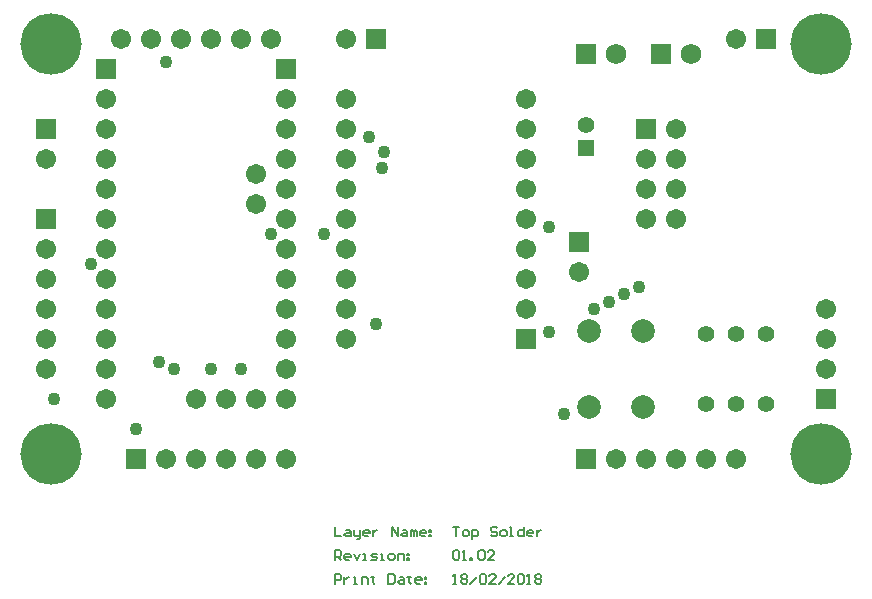
<source format=gts>
%FSLAX25Y25*%
%MOIN*%
G70*
G01*
G75*
G04 Layer_Color=8388736*
%ADD10C,0.03937*%
%ADD11C,0.01000*%
%ADD12C,0.01969*%
%ADD13C,0.00787*%
%ADD14C,0.04724*%
%ADD15R,0.04724X0.04724*%
%ADD16R,0.06000X0.06000*%
%ADD17C,0.06000*%
%ADD18R,0.05906X0.05906*%
%ADD19C,0.05906*%
%ADD20R,0.05906X0.05906*%
%ADD21C,0.07087*%
%ADD22C,0.03543*%
%ADD23C,0.19685*%
%ADD24C,0.00500*%
%ADD25C,0.00591*%
%ADD26C,0.05524*%
%ADD27R,0.05524X0.05524*%
%ADD28R,0.06800X0.06800*%
%ADD29C,0.06800*%
%ADD30R,0.06706X0.06706*%
%ADD31C,0.06706*%
%ADD32R,0.06706X0.06706*%
%ADD33C,0.07887*%
%ADD34C,0.04343*%
%ADD35C,0.20485*%
D13*
X145669Y-12599D02*
X147768D01*
X146719D01*
Y-15748D01*
X149343D02*
X150392D01*
X150917Y-15223D01*
Y-14174D01*
X150392Y-13649D01*
X149343D01*
X148818Y-14174D01*
Y-15223D01*
X149343Y-15748D01*
X151967Y-16798D02*
Y-13649D01*
X153541D01*
X154066Y-14174D01*
Y-15223D01*
X153541Y-15748D01*
X151967D01*
X160363Y-13124D02*
X159838Y-12599D01*
X158788D01*
X158264Y-13124D01*
Y-13649D01*
X158788Y-14174D01*
X159838D01*
X160363Y-14698D01*
Y-15223D01*
X159838Y-15748D01*
X158788D01*
X158264Y-15223D01*
X161937Y-15748D02*
X162987D01*
X163511Y-15223D01*
Y-14174D01*
X162987Y-13649D01*
X161937D01*
X161412Y-14174D01*
Y-15223D01*
X161937Y-15748D01*
X164561D02*
X165610D01*
X165086D01*
Y-12599D01*
X164561D01*
X169284D02*
Y-15748D01*
X167709D01*
X167185Y-15223D01*
Y-14174D01*
X167709Y-13649D01*
X169284D01*
X171907Y-15748D02*
X170858D01*
X170333Y-15223D01*
Y-14174D01*
X170858Y-13649D01*
X171907D01*
X172432Y-14174D01*
Y-14698D01*
X170333D01*
X173482Y-13649D02*
Y-15748D01*
Y-14698D01*
X174007Y-14174D01*
X174531Y-13649D01*
X175056D01*
X145669Y-20998D02*
X146194Y-20473D01*
X147244D01*
X147768Y-20998D01*
Y-23097D01*
X147244Y-23622D01*
X146194D01*
X145669Y-23097D01*
Y-20998D01*
X148818Y-23622D02*
X149867D01*
X149343D01*
Y-20473D01*
X148818Y-20998D01*
X151442Y-23622D02*
Y-23097D01*
X151967D01*
Y-23622D01*
X151442D01*
X154066Y-20998D02*
X154590Y-20473D01*
X155640D01*
X156165Y-20998D01*
Y-23097D01*
X155640Y-23622D01*
X154590D01*
X154066Y-23097D01*
Y-20998D01*
X159313Y-23622D02*
X157214D01*
X159313Y-21523D01*
Y-20998D01*
X158788Y-20473D01*
X157739D01*
X157214Y-20998D01*
X145669Y-31496D02*
X146719D01*
X146194D01*
Y-28348D01*
X145669Y-28872D01*
X148293D02*
X148818Y-28348D01*
X149867D01*
X150392Y-28872D01*
Y-29397D01*
X149867Y-29922D01*
X150392Y-30446D01*
Y-30971D01*
X149867Y-31496D01*
X148818D01*
X148293Y-30971D01*
Y-30446D01*
X148818Y-29922D01*
X148293Y-29397D01*
Y-28872D01*
X148818Y-29922D02*
X149867D01*
X151442Y-31496D02*
X153541Y-29397D01*
X154590Y-28872D02*
X155115Y-28348D01*
X156165D01*
X156689Y-28872D01*
Y-30971D01*
X156165Y-31496D01*
X155115D01*
X154590Y-30971D01*
Y-28872D01*
X159838Y-31496D02*
X157739D01*
X159838Y-29397D01*
Y-28872D01*
X159313Y-28348D01*
X158264D01*
X157739Y-28872D01*
X160888Y-31496D02*
X162987Y-29397D01*
X166135Y-31496D02*
X164036D01*
X166135Y-29397D01*
Y-28872D01*
X165610Y-28348D01*
X164561D01*
X164036Y-28872D01*
X167185D02*
X167709Y-28348D01*
X168759D01*
X169284Y-28872D01*
Y-30971D01*
X168759Y-31496D01*
X167709D01*
X167185Y-30971D01*
Y-28872D01*
X170333Y-31496D02*
X171383D01*
X170858D01*
Y-28348D01*
X170333Y-28872D01*
X172957D02*
X173482Y-28348D01*
X174531D01*
X175056Y-28872D01*
Y-29397D01*
X174531Y-29922D01*
X175056Y-30446D01*
Y-30971D01*
X174531Y-31496D01*
X173482D01*
X172957Y-30971D01*
Y-30446D01*
X173482Y-29922D01*
X172957Y-29397D01*
Y-28872D01*
X173482Y-29922D02*
X174531D01*
X106299Y-31496D02*
Y-28348D01*
X107873D01*
X108398Y-28872D01*
Y-29922D01*
X107873Y-30446D01*
X106299D01*
X109448Y-29397D02*
Y-31496D01*
Y-30446D01*
X109973Y-29922D01*
X110497Y-29397D01*
X111022D01*
X112596Y-31496D02*
X113646D01*
X113121D01*
Y-29397D01*
X112596D01*
X115220Y-31496D02*
Y-29397D01*
X116795D01*
X117319Y-29922D01*
Y-31496D01*
X118894Y-28872D02*
Y-29397D01*
X118369D01*
X119418D01*
X118894D01*
Y-30971D01*
X119418Y-31496D01*
X124141Y-28348D02*
Y-31496D01*
X125715D01*
X126240Y-30971D01*
Y-28872D01*
X125715Y-28348D01*
X124141D01*
X127815Y-29397D02*
X128864D01*
X129389Y-29922D01*
Y-31496D01*
X127815D01*
X127290Y-30971D01*
X127815Y-30446D01*
X129389D01*
X130963Y-28872D02*
Y-29397D01*
X130438D01*
X131488D01*
X130963D01*
Y-30971D01*
X131488Y-31496D01*
X134636D02*
X133587D01*
X133062Y-30971D01*
Y-29922D01*
X133587Y-29397D01*
X134636D01*
X135161Y-29922D01*
Y-30446D01*
X133062D01*
X136211Y-29397D02*
X136736D01*
Y-29922D01*
X136211D01*
Y-29397D01*
Y-30971D02*
X136736D01*
Y-31496D01*
X136211D01*
Y-30971D01*
X106299Y-23622D02*
Y-20473D01*
X107873D01*
X108398Y-20998D01*
Y-22048D01*
X107873Y-22572D01*
X106299D01*
X107349D02*
X108398Y-23622D01*
X111022D02*
X109973D01*
X109448Y-23097D01*
Y-22048D01*
X109973Y-21523D01*
X111022D01*
X111547Y-22048D01*
Y-22572D01*
X109448D01*
X112596Y-21523D02*
X113646Y-23622D01*
X114696Y-21523D01*
X115745Y-23622D02*
X116795D01*
X116270D01*
Y-21523D01*
X115745D01*
X118369Y-23622D02*
X119943D01*
X120468Y-23097D01*
X119943Y-22572D01*
X118894D01*
X118369Y-22048D01*
X118894Y-21523D01*
X120468D01*
X121517Y-23622D02*
X122567D01*
X122042D01*
Y-21523D01*
X121517D01*
X124666Y-23622D02*
X125715D01*
X126240Y-23097D01*
Y-22048D01*
X125715Y-21523D01*
X124666D01*
X124141Y-22048D01*
Y-23097D01*
X124666Y-23622D01*
X127290D02*
Y-21523D01*
X128864D01*
X129389Y-22048D01*
Y-23622D01*
X130438Y-21523D02*
X130963D01*
Y-22048D01*
X130438D01*
Y-21523D01*
Y-23097D02*
X130963D01*
Y-23622D01*
X130438D01*
Y-23097D01*
X106299Y-12599D02*
Y-15748D01*
X108398D01*
X109973Y-13649D02*
X111022D01*
X111547Y-14174D01*
Y-15748D01*
X109973D01*
X109448Y-15223D01*
X109973Y-14698D01*
X111547D01*
X112596Y-13649D02*
Y-15223D01*
X113121Y-15748D01*
X114696D01*
Y-16273D01*
X114171Y-16798D01*
X113646D01*
X114696Y-15748D02*
Y-13649D01*
X117319Y-15748D02*
X116270D01*
X115745Y-15223D01*
Y-14174D01*
X116270Y-13649D01*
X117319D01*
X117844Y-14174D01*
Y-14698D01*
X115745D01*
X118894Y-13649D02*
Y-15748D01*
Y-14698D01*
X119418Y-14174D01*
X119943Y-13649D01*
X120468D01*
X125191Y-15748D02*
Y-12599D01*
X127290Y-15748D01*
Y-12599D01*
X128864Y-13649D02*
X129914D01*
X130438Y-14174D01*
Y-15748D01*
X128864D01*
X128339Y-15223D01*
X128864Y-14698D01*
X130438D01*
X131488Y-15748D02*
Y-13649D01*
X132013D01*
X132537Y-14174D01*
Y-15748D01*
Y-14174D01*
X133062Y-13649D01*
X133587Y-14174D01*
Y-15748D01*
X136211D02*
X135161D01*
X134636Y-15223D01*
Y-14174D01*
X135161Y-13649D01*
X136211D01*
X136736Y-14174D01*
Y-14698D01*
X134636D01*
X137785Y-13649D02*
X138310D01*
Y-14174D01*
X137785D01*
Y-13649D01*
Y-15223D02*
X138310D01*
Y-15748D01*
X137785D01*
Y-15223D01*
D26*
X190000Y121437D02*
D03*
X230000Y28189D02*
D03*
Y51811D02*
D03*
X240000D02*
D03*
Y28189D02*
D03*
X250000Y51811D02*
D03*
Y28189D02*
D03*
D27*
X190000Y113563D02*
D03*
D28*
X190000Y145000D02*
D03*
X215000D02*
D03*
D29*
X200000D02*
D03*
X225000D02*
D03*
D30*
X120000Y150000D02*
D03*
X250000D02*
D03*
X190000Y10000D02*
D03*
X40000D02*
D03*
X170000Y50000D02*
D03*
D31*
X110000Y150000D02*
D03*
X240000D02*
D03*
X10000Y80000D02*
D03*
Y70000D02*
D03*
Y60000D02*
D03*
Y50000D02*
D03*
Y40000D02*
D03*
Y110000D02*
D03*
X200000Y10000D02*
D03*
X210000D02*
D03*
X220000D02*
D03*
X230000D02*
D03*
X240000D02*
D03*
X50000D02*
D03*
X60000D02*
D03*
X70000D02*
D03*
X80000D02*
D03*
X90000D02*
D03*
X270000Y40000D02*
D03*
Y50000D02*
D03*
Y60000D02*
D03*
X187500Y72500D02*
D03*
X85000Y150000D02*
D03*
X75000D02*
D03*
X65000D02*
D03*
X55000D02*
D03*
X45000D02*
D03*
X35000D02*
D03*
X30000Y30000D02*
D03*
Y40000D02*
D03*
Y50000D02*
D03*
Y60000D02*
D03*
Y70000D02*
D03*
Y80000D02*
D03*
Y90000D02*
D03*
Y100000D02*
D03*
Y110000D02*
D03*
Y120000D02*
D03*
Y130000D02*
D03*
X90000D02*
D03*
Y120000D02*
D03*
Y110000D02*
D03*
Y100000D02*
D03*
Y90000D02*
D03*
Y80000D02*
D03*
Y70000D02*
D03*
Y60000D02*
D03*
Y50000D02*
D03*
Y40000D02*
D03*
Y30000D02*
D03*
X80000Y105000D02*
D03*
Y95000D02*
D03*
X70000Y30000D02*
D03*
X80000D02*
D03*
X60000D02*
D03*
X220000Y120000D02*
D03*
X210000Y110000D02*
D03*
X220000D02*
D03*
X210000Y100000D02*
D03*
X220000D02*
D03*
X210000Y90000D02*
D03*
X220000D02*
D03*
X170000Y130000D02*
D03*
X110000D02*
D03*
X170000Y120000D02*
D03*
Y110000D02*
D03*
Y100000D02*
D03*
Y90000D02*
D03*
Y80000D02*
D03*
Y70000D02*
D03*
Y60000D02*
D03*
X110000Y120000D02*
D03*
Y110000D02*
D03*
Y100000D02*
D03*
Y90000D02*
D03*
Y80000D02*
D03*
Y70000D02*
D03*
Y60000D02*
D03*
Y50000D02*
D03*
D32*
X10000Y90000D02*
D03*
Y120000D02*
D03*
X270000Y30000D02*
D03*
X187500Y82500D02*
D03*
X30000Y140000D02*
D03*
X90000D02*
D03*
X210000Y120000D02*
D03*
D33*
X208858Y52795D02*
D03*
Y27205D02*
D03*
X191142D02*
D03*
Y52795D02*
D03*
D34*
X50000Y142500D02*
D03*
X40000Y20000D02*
D03*
X12500Y30000D02*
D03*
X182500Y25000D02*
D03*
X25000Y75000D02*
D03*
X85000Y85000D02*
D03*
X102500D02*
D03*
X120000Y55000D02*
D03*
X177500Y52500D02*
D03*
X207500Y67500D02*
D03*
X202500Y65000D02*
D03*
X197500Y62500D02*
D03*
X192500Y60000D02*
D03*
X177500Y87500D02*
D03*
X75000Y40000D02*
D03*
X65000D02*
D03*
X52500D02*
D03*
X47500Y42500D02*
D03*
X117500Y117500D02*
D03*
X122500Y112500D02*
D03*
X122000Y107000D02*
D03*
D35*
X268189Y11811D02*
D03*
Y148189D02*
D03*
X11811D02*
D03*
Y11811D02*
D03*
M02*

</source>
